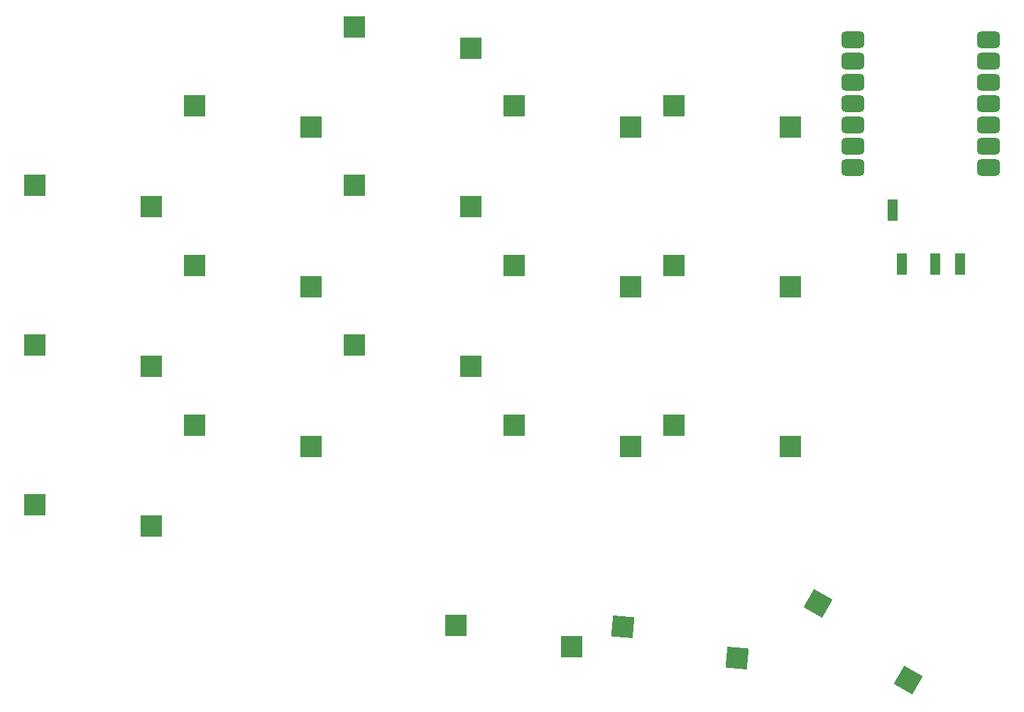
<source format=gbr>
%TF.GenerationSoftware,KiCad,Pcbnew,8.0.6*%
%TF.CreationDate,2024-11-18T16:16:28-05:00*%
%TF.ProjectId,SolarFlarePCB,536f6c61-7246-46c6-9172-655043422e6b,rev?*%
%TF.SameCoordinates,Original*%
%TF.FileFunction,Paste,Top*%
%TF.FilePolarity,Positive*%
%FSLAX46Y46*%
G04 Gerber Fmt 4.6, Leading zero omitted, Abs format (unit mm)*
G04 Created by KiCad (PCBNEW 8.0.6) date 2024-11-18 16:16:28*
%MOMM*%
%LPD*%
G01*
G04 APERTURE LIST*
G04 Aperture macros list*
%AMRoundRect*
0 Rectangle with rounded corners*
0 $1 Rounding radius*
0 $2 $3 $4 $5 $6 $7 $8 $9 X,Y pos of 4 corners*
0 Add a 4 corners polygon primitive as box body*
4,1,4,$2,$3,$4,$5,$6,$7,$8,$9,$2,$3,0*
0 Add four circle primitives for the rounded corners*
1,1,$1+$1,$2,$3*
1,1,$1+$1,$4,$5*
1,1,$1+$1,$6,$7*
1,1,$1+$1,$8,$9*
0 Add four rect primitives between the rounded corners*
20,1,$1+$1,$2,$3,$4,$5,0*
20,1,$1+$1,$4,$5,$6,$7,0*
20,1,$1+$1,$6,$7,$8,$9,0*
20,1,$1+$1,$8,$9,$2,$3,0*%
%AMRotRect*
0 Rectangle, with rotation*
0 The origin of the aperture is its center*
0 $1 length*
0 $2 width*
0 $3 Rotation angle, in degrees counterclockwise*
0 Add horizontal line*
21,1,$1,$2,0,0,$3*%
G04 Aperture macros list end*
%ADD10R,2.550000X2.500000*%
%ADD11RotRect,2.550000X2.500000X330.000000*%
%ADD12RoundRect,0.500000X-0.875000X-0.500000X0.875000X-0.500000X0.875000X0.500000X-0.875000X0.500000X0*%
%ADD13R,1.200000X2.500000*%
%ADD14RotRect,2.550000X2.500000X355.000000*%
G04 APERTURE END LIST*
D10*
%TO.C,MX3*%
X44390000Y-100330000D03*
X30540000Y-97790000D03*
%TD*%
%TO.C,MX7*%
X82490000Y-43338750D03*
X68640000Y-40798750D03*
%TD*%
D11*
%TO.C,MX18*%
X134657300Y-118679409D03*
X123932848Y-109554705D03*
%TD*%
D10*
%TO.C,MX13*%
X101540000Y-90805000D03*
X87690000Y-88265000D03*
%TD*%
%TO.C,MX9*%
X82490000Y-81280000D03*
X68640000Y-78740000D03*
%TD*%
%TO.C,MX2*%
X44390000Y-81280000D03*
X30540000Y-78740000D03*
%TD*%
%TO.C,MX8*%
X82490000Y-62230000D03*
X68640000Y-59690000D03*
%TD*%
%TO.C,MX17*%
X120590000Y-90805000D03*
X106740000Y-88265000D03*
%TD*%
%TO.C,MX16*%
X120590000Y-71755000D03*
X106740000Y-69215000D03*
%TD*%
%TO.C,MX5*%
X63440000Y-71755000D03*
X49590000Y-69215000D03*
%TD*%
%TO.C,MX10*%
X94540000Y-114705000D03*
X80690000Y-112165000D03*
%TD*%
%TO.C,MX15*%
X120590000Y-52705000D03*
X106740000Y-50165000D03*
%TD*%
D12*
%TO.C,U1*%
X128050000Y-42291250D03*
X128050000Y-44831250D03*
X128050000Y-47371250D03*
X128050000Y-49911250D03*
X128050000Y-52451250D03*
X128050000Y-54991250D03*
X128050000Y-57531250D03*
X144215000Y-57531250D03*
X144215000Y-54991250D03*
X144215000Y-52451250D03*
X144215000Y-49911250D03*
X144215000Y-47371250D03*
X144215000Y-44831250D03*
X144215000Y-42291250D03*
%TD*%
D10*
%TO.C,MX11*%
X101540000Y-52705000D03*
X87690000Y-50165000D03*
%TD*%
D13*
%TO.C,U3*%
X132750000Y-62600000D03*
X133850000Y-69100000D03*
X137850000Y-69100000D03*
X140850000Y-69100000D03*
%TD*%
D10*
%TO.C,MX1*%
X44390000Y-62230000D03*
X30540000Y-59690000D03*
%TD*%
%TO.C,MX4*%
X63440000Y-52705000D03*
X49590000Y-50165000D03*
%TD*%
D14*
%TO.C,MX14*%
X114223313Y-116033879D03*
X100647391Y-112296437D03*
%TD*%
D10*
%TO.C,MX6*%
X63440000Y-90805000D03*
X49590000Y-88265000D03*
%TD*%
%TO.C,MX12*%
X101540000Y-71755000D03*
X87690000Y-69215000D03*
%TD*%
M02*

</source>
